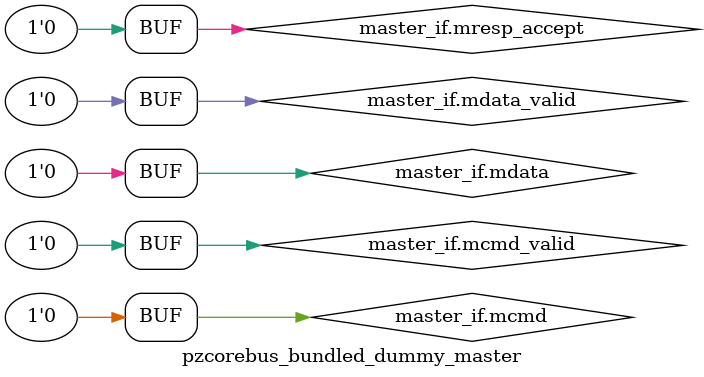
<source format=sv>
module pzcorebus_bundled_dummy_master (
  pzcorebus_bundled_if.master master_if
);
  always_comb begin
    master_if.mcmd_valid    = '0;
    master_if.mcmd          = '0;
    master_if.mdata_valid   = '0;
    master_if.mdata         = '0;
    master_if.mresp_accept  = '0;
  end
endmodule

</source>
